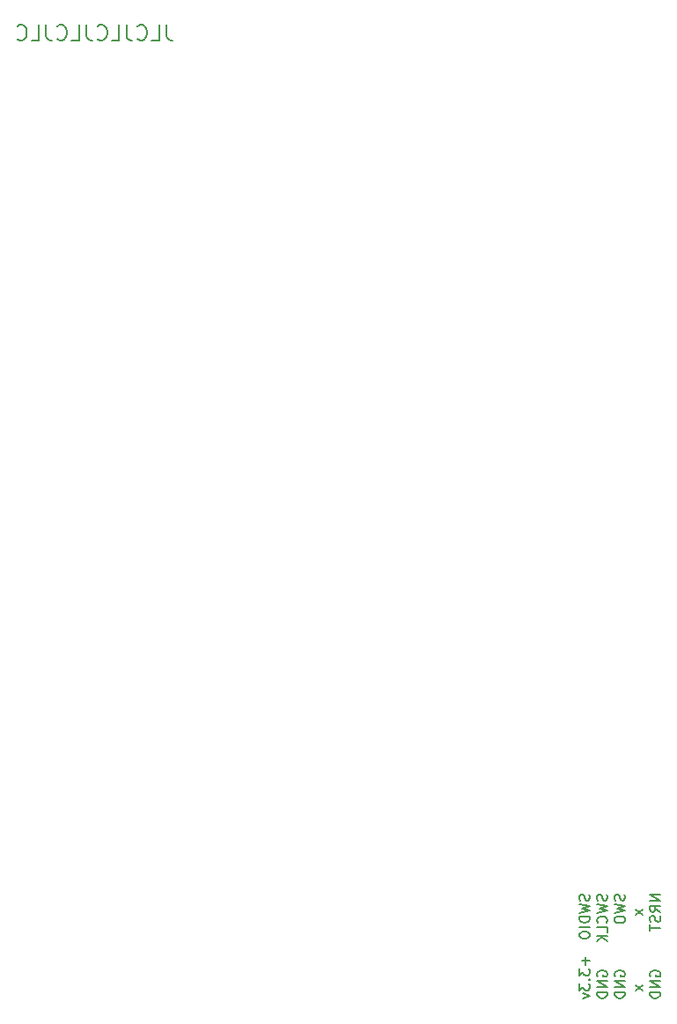
<source format=gbo>
G04 #@! TF.GenerationSoftware,KiCad,Pcbnew,(5.1.8)-1*
G04 #@! TF.CreationDate,2021-07-13T16:05:27-03:00*
G04 #@! TF.ProjectId,Proyecto_Final,50726f79-6563-4746-9f5f-46696e616c2e,rev?*
G04 #@! TF.SameCoordinates,Original*
G04 #@! TF.FileFunction,Legend,Bot*
G04 #@! TF.FilePolarity,Positive*
%FSLAX46Y46*%
G04 Gerber Fmt 4.6, Leading zero omitted, Abs format (unit mm)*
G04 Created by KiCad (PCBNEW (5.1.8)-1) date 2021-07-13 16:05:27*
%MOMM*%
%LPD*%
G01*
G04 APERTURE LIST*
%ADD10C,0.200000*%
%ADD11C,0.100000*%
%ADD12R,3.500000X1.500000*%
%ADD13O,1.700000X1.700000*%
%ADD14R,1.700000X1.700000*%
%ADD15C,0.550000*%
%ADD16C,6.400000*%
%ADD17C,0.800000*%
%ADD18O,1.000000X1.000000*%
%ADD19R,1.000000X1.000000*%
G04 APERTURE END LIST*
D10*
X96528571Y-53978571D02*
X96528571Y-55050000D01*
X96600000Y-55264285D01*
X96742857Y-55407142D01*
X96957142Y-55478571D01*
X97100000Y-55478571D01*
X95100000Y-55478571D02*
X95814285Y-55478571D01*
X95814285Y-53978571D01*
X93742857Y-55335714D02*
X93814285Y-55407142D01*
X94028571Y-55478571D01*
X94171428Y-55478571D01*
X94385714Y-55407142D01*
X94528571Y-55264285D01*
X94600000Y-55121428D01*
X94671428Y-54835714D01*
X94671428Y-54621428D01*
X94600000Y-54335714D01*
X94528571Y-54192857D01*
X94385714Y-54050000D01*
X94171428Y-53978571D01*
X94028571Y-53978571D01*
X93814285Y-54050000D01*
X93742857Y-54121428D01*
X92671428Y-53978571D02*
X92671428Y-55050000D01*
X92742857Y-55264285D01*
X92885714Y-55407142D01*
X93100000Y-55478571D01*
X93242857Y-55478571D01*
X91242857Y-55478571D02*
X91957142Y-55478571D01*
X91957142Y-53978571D01*
X89885714Y-55335714D02*
X89957142Y-55407142D01*
X90171428Y-55478571D01*
X90314285Y-55478571D01*
X90528571Y-55407142D01*
X90671428Y-55264285D01*
X90742857Y-55121428D01*
X90814285Y-54835714D01*
X90814285Y-54621428D01*
X90742857Y-54335714D01*
X90671428Y-54192857D01*
X90528571Y-54050000D01*
X90314285Y-53978571D01*
X90171428Y-53978571D01*
X89957142Y-54050000D01*
X89885714Y-54121428D01*
X88814285Y-53978571D02*
X88814285Y-55050000D01*
X88885714Y-55264285D01*
X89028571Y-55407142D01*
X89242857Y-55478571D01*
X89385714Y-55478571D01*
X87385714Y-55478571D02*
X88100000Y-55478571D01*
X88100000Y-53978571D01*
X86028571Y-55335714D02*
X86100000Y-55407142D01*
X86314285Y-55478571D01*
X86457142Y-55478571D01*
X86671428Y-55407142D01*
X86814285Y-55264285D01*
X86885714Y-55121428D01*
X86957142Y-54835714D01*
X86957142Y-54621428D01*
X86885714Y-54335714D01*
X86814285Y-54192857D01*
X86671428Y-54050000D01*
X86457142Y-53978571D01*
X86314285Y-53978571D01*
X86100000Y-54050000D01*
X86028571Y-54121428D01*
X84957142Y-53978571D02*
X84957142Y-55050000D01*
X85028571Y-55264285D01*
X85171428Y-55407142D01*
X85385714Y-55478571D01*
X85528571Y-55478571D01*
X83528571Y-55478571D02*
X84242857Y-55478571D01*
X84242857Y-53978571D01*
X82171428Y-55335714D02*
X82242857Y-55407142D01*
X82457142Y-55478571D01*
X82600000Y-55478571D01*
X82814285Y-55407142D01*
X82957142Y-55264285D01*
X83028571Y-55121428D01*
X83100000Y-54835714D01*
X83100000Y-54621428D01*
X83028571Y-54335714D01*
X82957142Y-54192857D01*
X82814285Y-54050000D01*
X82600000Y-53978571D01*
X82457142Y-53978571D01*
X82242857Y-54050000D01*
X82171428Y-54121428D01*
X136844428Y-143606642D02*
X136844428Y-144368547D01*
X137225380Y-143987595D02*
X136463476Y-143987595D01*
X136225380Y-144749500D02*
X136225380Y-145368547D01*
X136606333Y-145035214D01*
X136606333Y-145178071D01*
X136653952Y-145273309D01*
X136701571Y-145320928D01*
X136796809Y-145368547D01*
X137034904Y-145368547D01*
X137130142Y-145320928D01*
X137177761Y-145273309D01*
X137225380Y-145178071D01*
X137225380Y-144892357D01*
X137177761Y-144797119D01*
X137130142Y-144749500D01*
X137130142Y-145797119D02*
X137177761Y-145844738D01*
X137225380Y-145797119D01*
X137177761Y-145749500D01*
X137130142Y-145797119D01*
X137225380Y-145797119D01*
X136225380Y-146178071D02*
X136225380Y-146797119D01*
X136606333Y-146463785D01*
X136606333Y-146606642D01*
X136653952Y-146701880D01*
X136701571Y-146749500D01*
X136796809Y-146797119D01*
X137034904Y-146797119D01*
X137130142Y-146749500D01*
X137177761Y-146701880D01*
X137225380Y-146606642D01*
X137225380Y-146320928D01*
X137177761Y-146225690D01*
X137130142Y-146178071D01*
X136558714Y-147130452D02*
X137225380Y-147368547D01*
X136558714Y-147606642D01*
X137973000Y-145463785D02*
X137925380Y-145368547D01*
X137925380Y-145225690D01*
X137973000Y-145082833D01*
X138068238Y-144987595D01*
X138163476Y-144939976D01*
X138353952Y-144892357D01*
X138496809Y-144892357D01*
X138687285Y-144939976D01*
X138782523Y-144987595D01*
X138877761Y-145082833D01*
X138925380Y-145225690D01*
X138925380Y-145320928D01*
X138877761Y-145463785D01*
X138830142Y-145511404D01*
X138496809Y-145511404D01*
X138496809Y-145320928D01*
X138925380Y-145939976D02*
X137925380Y-145939976D01*
X138925380Y-146511404D01*
X137925380Y-146511404D01*
X138925380Y-146987595D02*
X137925380Y-146987595D01*
X137925380Y-147225690D01*
X137973000Y-147368547D01*
X138068238Y-147463785D01*
X138163476Y-147511404D01*
X138353952Y-147559023D01*
X138496809Y-147559023D01*
X138687285Y-147511404D01*
X138782523Y-147463785D01*
X138877761Y-147368547D01*
X138925380Y-147225690D01*
X138925380Y-146987595D01*
X139673000Y-145463785D02*
X139625380Y-145368547D01*
X139625380Y-145225690D01*
X139673000Y-145082833D01*
X139768238Y-144987595D01*
X139863476Y-144939976D01*
X140053952Y-144892357D01*
X140196809Y-144892357D01*
X140387285Y-144939976D01*
X140482523Y-144987595D01*
X140577761Y-145082833D01*
X140625380Y-145225690D01*
X140625380Y-145320928D01*
X140577761Y-145463785D01*
X140530142Y-145511404D01*
X140196809Y-145511404D01*
X140196809Y-145320928D01*
X140625380Y-145939976D02*
X139625380Y-145939976D01*
X140625380Y-146511404D01*
X139625380Y-146511404D01*
X140625380Y-146987595D02*
X139625380Y-146987595D01*
X139625380Y-147225690D01*
X139673000Y-147368547D01*
X139768238Y-147463785D01*
X139863476Y-147511404D01*
X140053952Y-147559023D01*
X140196809Y-147559023D01*
X140387285Y-147511404D01*
X140482523Y-147463785D01*
X140577761Y-147368547D01*
X140625380Y-147225690D01*
X140625380Y-146987595D01*
X142325380Y-146320928D02*
X141658714Y-146844738D01*
X141658714Y-146320928D02*
X142325380Y-146844738D01*
X143073000Y-145463785D02*
X143025380Y-145368547D01*
X143025380Y-145225690D01*
X143073000Y-145082833D01*
X143168238Y-144987595D01*
X143263476Y-144939976D01*
X143453952Y-144892357D01*
X143596809Y-144892357D01*
X143787285Y-144939976D01*
X143882523Y-144987595D01*
X143977761Y-145082833D01*
X144025380Y-145225690D01*
X144025380Y-145320928D01*
X143977761Y-145463785D01*
X143930142Y-145511404D01*
X143596809Y-145511404D01*
X143596809Y-145320928D01*
X144025380Y-145939976D02*
X143025380Y-145939976D01*
X144025380Y-146511404D01*
X143025380Y-146511404D01*
X144025380Y-146987595D02*
X143025380Y-146987595D01*
X143025380Y-147225690D01*
X143073000Y-147368547D01*
X143168238Y-147463785D01*
X143263476Y-147511404D01*
X143453952Y-147559023D01*
X143596809Y-147559023D01*
X143787285Y-147511404D01*
X143882523Y-147463785D01*
X143977761Y-147368547D01*
X144025380Y-147225690D01*
X144025380Y-146987595D01*
X137177761Y-137595476D02*
X137225380Y-137738333D01*
X137225380Y-137976428D01*
X137177761Y-138071666D01*
X137130142Y-138119285D01*
X137034904Y-138166904D01*
X136939666Y-138166904D01*
X136844428Y-138119285D01*
X136796809Y-138071666D01*
X136749190Y-137976428D01*
X136701571Y-137785952D01*
X136653952Y-137690714D01*
X136606333Y-137643095D01*
X136511095Y-137595476D01*
X136415857Y-137595476D01*
X136320619Y-137643095D01*
X136273000Y-137690714D01*
X136225380Y-137785952D01*
X136225380Y-138024047D01*
X136273000Y-138166904D01*
X136225380Y-138500238D02*
X137225380Y-138738333D01*
X136511095Y-138928809D01*
X137225380Y-139119285D01*
X136225380Y-139357380D01*
X137225380Y-139738333D02*
X136225380Y-139738333D01*
X136225380Y-139976428D01*
X136273000Y-140119285D01*
X136368238Y-140214523D01*
X136463476Y-140262142D01*
X136653952Y-140309761D01*
X136796809Y-140309761D01*
X136987285Y-140262142D01*
X137082523Y-140214523D01*
X137177761Y-140119285D01*
X137225380Y-139976428D01*
X137225380Y-139738333D01*
X137225380Y-140738333D02*
X136225380Y-140738333D01*
X136225380Y-141405000D02*
X136225380Y-141595476D01*
X136273000Y-141690714D01*
X136368238Y-141785952D01*
X136558714Y-141833571D01*
X136892047Y-141833571D01*
X137082523Y-141785952D01*
X137177761Y-141690714D01*
X137225380Y-141595476D01*
X137225380Y-141405000D01*
X137177761Y-141309761D01*
X137082523Y-141214523D01*
X136892047Y-141166904D01*
X136558714Y-141166904D01*
X136368238Y-141214523D01*
X136273000Y-141309761D01*
X136225380Y-141405000D01*
X138877761Y-137595476D02*
X138925380Y-137738333D01*
X138925380Y-137976428D01*
X138877761Y-138071666D01*
X138830142Y-138119285D01*
X138734904Y-138166904D01*
X138639666Y-138166904D01*
X138544428Y-138119285D01*
X138496809Y-138071666D01*
X138449190Y-137976428D01*
X138401571Y-137785952D01*
X138353952Y-137690714D01*
X138306333Y-137643095D01*
X138211095Y-137595476D01*
X138115857Y-137595476D01*
X138020619Y-137643095D01*
X137973000Y-137690714D01*
X137925380Y-137785952D01*
X137925380Y-138024047D01*
X137973000Y-138166904D01*
X137925380Y-138500238D02*
X138925380Y-138738333D01*
X138211095Y-138928809D01*
X138925380Y-139119285D01*
X137925380Y-139357380D01*
X138830142Y-140309761D02*
X138877761Y-140262142D01*
X138925380Y-140119285D01*
X138925380Y-140024047D01*
X138877761Y-139881190D01*
X138782523Y-139785952D01*
X138687285Y-139738333D01*
X138496809Y-139690714D01*
X138353952Y-139690714D01*
X138163476Y-139738333D01*
X138068238Y-139785952D01*
X137973000Y-139881190D01*
X137925380Y-140024047D01*
X137925380Y-140119285D01*
X137973000Y-140262142D01*
X138020619Y-140309761D01*
X138925380Y-141214523D02*
X138925380Y-140738333D01*
X137925380Y-140738333D01*
X138925380Y-141547857D02*
X137925380Y-141547857D01*
X138925380Y-142119285D02*
X138353952Y-141690714D01*
X137925380Y-142119285D02*
X138496809Y-141547857D01*
X140577761Y-137595476D02*
X140625380Y-137738333D01*
X140625380Y-137976428D01*
X140577761Y-138071666D01*
X140530142Y-138119285D01*
X140434904Y-138166904D01*
X140339666Y-138166904D01*
X140244428Y-138119285D01*
X140196809Y-138071666D01*
X140149190Y-137976428D01*
X140101571Y-137785952D01*
X140053952Y-137690714D01*
X140006333Y-137643095D01*
X139911095Y-137595476D01*
X139815857Y-137595476D01*
X139720619Y-137643095D01*
X139673000Y-137690714D01*
X139625380Y-137785952D01*
X139625380Y-138024047D01*
X139673000Y-138166904D01*
X139625380Y-138500238D02*
X140625380Y-138738333D01*
X139911095Y-138928809D01*
X140625380Y-139119285D01*
X139625380Y-139357380D01*
X139625380Y-139928809D02*
X139625380Y-140119285D01*
X139673000Y-140214523D01*
X139768238Y-140309761D01*
X139958714Y-140357380D01*
X140292047Y-140357380D01*
X140482523Y-140309761D01*
X140577761Y-140214523D01*
X140625380Y-140119285D01*
X140625380Y-139928809D01*
X140577761Y-139833571D01*
X140482523Y-139738333D01*
X140292047Y-139690714D01*
X139958714Y-139690714D01*
X139768238Y-139738333D01*
X139673000Y-139833571D01*
X139625380Y-139928809D01*
X142325380Y-139071666D02*
X141658714Y-139595476D01*
X141658714Y-139071666D02*
X142325380Y-139595476D01*
X144025380Y-137643095D02*
X143025380Y-137643095D01*
X144025380Y-138214523D01*
X143025380Y-138214523D01*
X144025380Y-139262142D02*
X143549190Y-138928809D01*
X144025380Y-138690714D02*
X143025380Y-138690714D01*
X143025380Y-139071666D01*
X143073000Y-139166904D01*
X143120619Y-139214523D01*
X143215857Y-139262142D01*
X143358714Y-139262142D01*
X143453952Y-139214523D01*
X143501571Y-139166904D01*
X143549190Y-139071666D01*
X143549190Y-138690714D01*
X143977761Y-139643095D02*
X144025380Y-139785952D01*
X144025380Y-140024047D01*
X143977761Y-140119285D01*
X143930142Y-140166904D01*
X143834904Y-140214523D01*
X143739666Y-140214523D01*
X143644428Y-140166904D01*
X143596809Y-140119285D01*
X143549190Y-140024047D01*
X143501571Y-139833571D01*
X143453952Y-139738333D01*
X143406333Y-139690714D01*
X143311095Y-139643095D01*
X143215857Y-139643095D01*
X143120619Y-139690714D01*
X143073000Y-139738333D01*
X143025380Y-139833571D01*
X143025380Y-140071666D01*
X143073000Y-140214523D01*
X143025380Y-140500238D02*
X143025380Y-141071666D01*
X144025380Y-140785952D02*
X143025380Y-140785952D01*
%LPC*%
D11*
G36*
X89093600Y-110478000D02*
G01*
X80813200Y-110478000D01*
X80813200Y-99302000D01*
X89093600Y-99302000D01*
X89093600Y-110478000D01*
G37*
X89093600Y-110478000D02*
X80813200Y-110478000D01*
X80813200Y-99302000D01*
X89093600Y-99302000D01*
X89093600Y-110478000D01*
D12*
X71850000Y-92700000D03*
X71850000Y-87300000D03*
D13*
X105500000Y-110500001D03*
X105500000Y-107960001D03*
D14*
X105500000Y-105420001D03*
D15*
X156425000Y-146400000D03*
X152425000Y-146400000D03*
D14*
X76546000Y-101080000D03*
D13*
X76546000Y-103620000D03*
X76546000Y-106160000D03*
X76546000Y-108700000D03*
D14*
X127600000Y-94476000D03*
D13*
X127600000Y-97016000D03*
X127600000Y-99556000D03*
X127600000Y-102096000D03*
D14*
X114265000Y-76950000D03*
D13*
X116805000Y-76950000D03*
X114265000Y-79490000D03*
X116805000Y-79490000D03*
X114265000Y-82030000D03*
X116805000Y-82030000D03*
X114265000Y-84570000D03*
X116805000Y-84570000D03*
X114265000Y-87110000D03*
X116805000Y-87110000D03*
X114265000Y-89650000D03*
X116805000Y-89650000D03*
D14*
X143856000Y-66917000D03*
D13*
X143856000Y-69457000D03*
X143856000Y-71997000D03*
X143856000Y-74537000D03*
X143856000Y-77077000D03*
X143856000Y-79617000D03*
X143856000Y-82157000D03*
X143856000Y-84697000D03*
D14*
X149825000Y-71870000D03*
D13*
X149825000Y-74410000D03*
X149825000Y-76950000D03*
X149825000Y-79490000D03*
X149825000Y-82030000D03*
X149825000Y-84570000D03*
D14*
X148275600Y-89345200D03*
D13*
X145735600Y-89345200D03*
D14*
X164049000Y-71997000D03*
D13*
X164049000Y-74537000D03*
X164049000Y-77077000D03*
X164049000Y-79617000D03*
X164049000Y-82157000D03*
X164049000Y-84697000D03*
D14*
X155667000Y-66917000D03*
D13*
X158207000Y-66917000D03*
X155667000Y-69457000D03*
X158207000Y-69457000D03*
X155667000Y-71997000D03*
X158207000Y-71997000D03*
X155667000Y-74537000D03*
X158207000Y-74537000D03*
X155667000Y-77077000D03*
X158207000Y-77077000D03*
X155667000Y-79617000D03*
X158207000Y-79617000D03*
X155667000Y-82157000D03*
X158207000Y-82157000D03*
X155667000Y-84697000D03*
X158207000Y-84697000D03*
D14*
X105806800Y-114745200D03*
D13*
X108346800Y-114745200D03*
X110886800Y-114745200D03*
D14*
X137036100Y-93663200D03*
D13*
X137036100Y-96203200D03*
X137036100Y-98743200D03*
D16*
X165500000Y-54500000D03*
D17*
X167900000Y-54500000D03*
X167197056Y-56197056D03*
X165500000Y-56900000D03*
X163802944Y-56197056D03*
X163100000Y-54500000D03*
X163802944Y-52802944D03*
X165500000Y-52100000D03*
X167197056Y-52802944D03*
D16*
X74500000Y-54500000D03*
D17*
X76900000Y-54500000D03*
X76197056Y-56197056D03*
X74500000Y-56900000D03*
X72802944Y-56197056D03*
X72100000Y-54500000D03*
X72802944Y-52802944D03*
X74500000Y-52100000D03*
X76197056Y-52802944D03*
D16*
X165500000Y-145500000D03*
D17*
X167900000Y-145500000D03*
X167197056Y-147197056D03*
X165500000Y-147900000D03*
X163802944Y-147197056D03*
X163100000Y-145500000D03*
X163802944Y-143802944D03*
X165500000Y-143100000D03*
X167197056Y-143802944D03*
D16*
X74500000Y-145500000D03*
D17*
X76900000Y-145500000D03*
X76197056Y-147197056D03*
X74500000Y-147900000D03*
X72802944Y-147197056D03*
X72100000Y-145500000D03*
X72802944Y-143802944D03*
X74500000Y-143100000D03*
X76197056Y-143802944D03*
D12*
X71820000Y-73650000D03*
X71820000Y-79050000D03*
X71872400Y-134041600D03*
X71872400Y-139441600D03*
D18*
X125570000Y-123600000D03*
D19*
X124300000Y-123600000D03*
X127600000Y-127700000D03*
D18*
X127600000Y-128970000D03*
M02*

</source>
